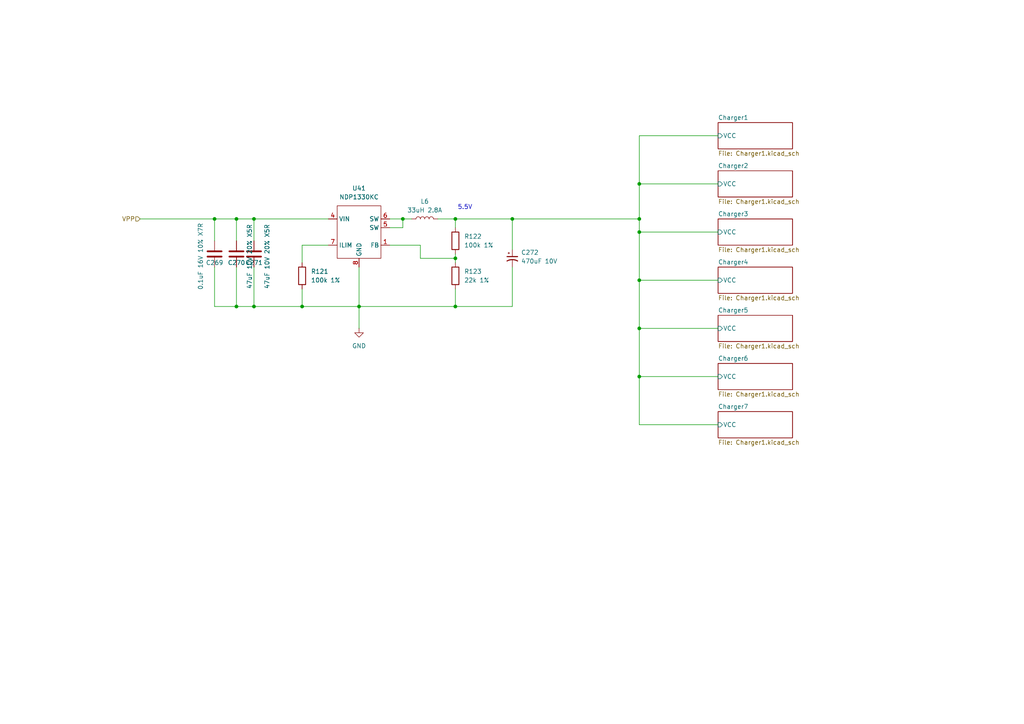
<source format=kicad_sch>
(kicad_sch (version 20250114) (generator "eeschema") (generator_version "9.0")
  (paper "A4")
  (lib_symbols
    (symbol "Device:C" (pin_numbers (hide yes)) (pin_names (offset 0.254))
      (property "Reference" "C" (at 0.635 2.54 0))
      (property "Value" "C" (at 0.635 -2.54 0))
      (symbol "C_0_1"
        (polyline (pts (xy -2.032 0.762) (xy 2.032 0.762)) (stroke (width 0.508)))
        (polyline (pts (xy -2.032 -0.762) (xy 2.032 -0.762)) (stroke (width 0.508)))
      )
      (symbol "C_1_1"
        (pin passive line (at 0 3.81 270) (length 2.794) (name "~") (number "1"))
        (pin passive line (at 0 -3.81 90) (length 2.794) (name "~") (number "2"))
      )
    )
    (symbol "Device:C_Polarized_Small_US" (pin_numbers (hide yes)) (pin_names (offset 0.254) (hide yes))
      (property "Reference" "C" (at 0.254 1.778 0))
      (property "Value" "C_Polarized_Small_US" (at 0.254 -2.032 0))
      (symbol "C_Polarized_Small_US_0_1"
        (polyline (pts (xy -1.524 0.508) (xy 1.524 0.508)) (stroke (width 0.3048)))
        (polyline (pts (xy -1.27 1.524) (xy -0.762 1.524)))
        (polyline (pts (xy -1.016 1.27) (xy -1.016 1.778)))
        (arc (start -1.524 -0.762) (mid 0 -0.3734) (end 1.524 -0.762) (stroke (width 0.3048)))
      )
      (symbol "C_Polarized_Small_US_1_1"
        (pin passive line (at 0 2.54 270) (length 2.032) (name "~") (number "1"))
        (pin passive line (at 0 -2.54 90) (length 2.032) (name "~") (number "2"))
      )
    )
    (symbol "Device:L" (pin_numbers (hide yes)) (pin_names (offset 1.016) (hide yes))
      (property "Reference" "L" (at -1.27 0 90))
      (property "Value" "L" (at 1.905 0 90))
      (symbol "L_0_1"
        (arc (start 0 2.54) (mid 0.6323 1.905) (end 0 1.27))
        (arc (start 0 1.27) (mid 0.6323 0.635) (end 0 0))
        (arc (start 0 0) (mid 0.6323 -0.635) (end 0 -1.27))
        (arc (start 0 -1.27) (mid 0.6323 -1.905) (end 0 -2.54))
      )
      (symbol "L_1_1"
        (pin passive line (at 0 3.81 270) (length 1.27) (name "1") (number "1"))
        (pin passive line (at 0 -3.81 90) (length 1.27) (name "2") (number "2"))
      )
    )
    (symbol "Device:R" (pin_numbers (hide yes)) (pin_names (offset 0))
      (property "Reference" "R" (at 2.032 0 90))
      (property "Value" "R" (at 0 0 90))
      (symbol "R_0_1"
        (rectangle (start -1.016 -2.54) (end 1.016 2.54) (stroke (width 0.254)))
      )
      (symbol "R_1_1"
        (pin passive line (at 0 3.81 270) (length 1.27) (name "~") (number "1"))
        (pin passive line (at 0 -3.81 90) (length 1.27) (name "~") (number "2"))
      )
    )
    (symbol "Pixels-dice:NDP1330KC"
      (property "Reference" "U" (at 4.064 -9.144 0))
      (property "Value" "NDP1330KC" (at 0 -1.016 0))
      (symbol "NDP1330KC_0_1"
        (rectangle (start -6.35 7.62) (end 6.35 -7.62))
      )
      (symbol "NDP1330KC_1_1"
        (pin power_in line (at -8.89 3.81 0) (length 2.54) (name "VIN") (number "4"))
        (pin input line (at -8.89 -3.81 0) (length 2.54) (name "ILIM") (number "7"))
        (pin no_connect line (at -1.27 10.16 270) (length 2.54) (hide yes) (name "NC") (number "3"))
        (pin power_in line (at 0 -10.16 90) (length 2.54) (name "GND") (number "8"))
        (pin no_connect line (at 1.27 10.16 270) (length 2.54) (hide yes) (name "NC") (number "2"))
        (pin power_out line (at 8.89 3.81 180) (length 2.54) (name "SW") (number "6"))
        (pin power_out line (at 8.89 1.27 180) (length 2.54) (name "SW") (number "5"))
        (pin input line (at 8.89 -3.81 180) (length 2.54) (name "FB") (number "1"))
      )
    )
    (symbol "power:GND" (power) (pin_numbers (hide yes)) (pin_names (offset 0) (hide yes))
      (property "Value" "GND" (at 0 -3.81 0))
      (symbol "GND_0_1"
        (polyline (pts (xy 0 0) (xy 0 -1.27) (xy 1.27 -1.27) (xy 0 -2.54) (xy -1.27 -1.27) (xy 0 -1.27)))
      )
      (symbol "GND_1_1"
        (pin power_in line (at 0 0 270) (length 0) (name "~") (number "1"))
      )
    )
  )
  (text "5.5V" (at 134.874 60.198 0) (effects (font (size 1.27 1.27))))
  (junction (at 185.42 95.25))
  (junction (at 68.58 88.9))
  (junction (at 62.23 63.5))
  (junction (at 185.42 63.5))
  (junction (at 104.14 88.9))
  (junction (at 132.08 74.93))
  (junction (at 185.42 81.28))
  (junction (at 116.84 63.5))
  (junction (at 73.66 63.5))
  (junction (at 73.66 88.9))
  (junction (at 185.42 109.22))
  (junction (at 132.08 88.9))
  (junction (at 68.58 63.5))
  (junction (at 185.42 67.31))
  (junction (at 148.59 63.5))
  (junction (at 185.42 53.34))
  (junction (at 87.63 88.9))
  (junction (at 132.08 63.5))
  (wire (pts (xy 73.66 63.5) (xy 95.25 63.5)))
  (wire (pts (xy 113.03 63.5) (xy 116.84 63.5)))
  (wire (pts (xy 185.42 53.34) (xy 185.42 39.37)))
  (wire (pts (xy 116.84 66.04) (xy 116.84 63.5)))
  (wire (pts (xy 148.59 63.5) (xy 185.42 63.5)))
  (wire (pts (xy 132.08 63.5) (xy 132.08 66.04)))
  (wire (pts (xy 185.42 63.5) (xy 185.42 67.31)))
  (wire (pts (xy 127 63.5) (xy 132.08 63.5)))
  (wire (pts (xy 148.59 88.9) (xy 132.08 88.9)))
  (wire (pts (xy 185.42 63.5) (xy 185.42 53.34)))
  (wire (pts (xy 132.08 74.93) (xy 132.08 73.66)))
  (wire (pts (xy 40.64 63.5) (xy 62.23 63.5)))
  (wire (pts (xy 185.42 39.37) (xy 208.28 39.37)))
  (wire (pts (xy 62.23 69.85) (xy 62.23 63.5)))
  (wire (pts (xy 68.58 69.85) (xy 68.58 63.5)))
  (wire (pts (xy 73.66 63.5) (xy 73.66 69.85)))
  (wire (pts (xy 68.58 77.47) (xy 68.58 88.9)))
  (wire (pts (xy 132.08 74.93) (xy 132.08 76.2)))
  (wire (pts (xy 185.42 109.22) (xy 185.42 123.19)))
  (wire (pts (xy 185.42 81.28) (xy 208.28 81.28)))
  (wire (pts (xy 104.14 88.9) (xy 132.08 88.9)))
  (wire (pts (xy 87.63 88.9) (xy 87.63 83.82)))
  (wire (pts (xy 121.92 74.93) (xy 132.08 74.93)))
  (wire (pts (xy 148.59 77.47) (xy 148.59 88.9)))
  (wire (pts (xy 185.42 123.19) (xy 208.28 123.19)))
  (wire (pts (xy 62.23 77.47) (xy 62.23 88.9)))
  (wire (pts (xy 132.08 63.5) (xy 148.59 63.5)))
  (wire (pts (xy 62.23 88.9) (xy 68.58 88.9)))
  (wire (pts (xy 73.66 88.9) (xy 87.63 88.9)))
  (wire (pts (xy 113.03 71.12) (xy 121.92 71.12)))
  (wire (pts (xy 68.58 63.5) (xy 73.66 63.5)))
  (wire (pts (xy 104.14 95.25) (xy 104.14 88.9)))
  (wire (pts (xy 132.08 88.9) (xy 132.08 83.82)))
  (wire (pts (xy 87.63 76.2) (xy 87.63 71.12)))
  (wire (pts (xy 185.42 109.22) (xy 208.28 109.22)))
  (wire (pts (xy 185.42 67.31) (xy 208.28 67.31)))
  (wire (pts (xy 62.23 63.5) (xy 68.58 63.5)))
  (wire (pts (xy 185.42 67.31) (xy 185.42 81.28)))
  (wire (pts (xy 87.63 71.12) (xy 95.25 71.12)))
  (wire (pts (xy 148.59 63.5) (xy 148.59 72.39)))
  (wire (pts (xy 116.84 63.5) (xy 119.38 63.5)))
  (wire (pts (xy 68.58 88.9) (xy 73.66 88.9)))
  (wire (pts (xy 185.42 53.34) (xy 208.28 53.34)))
  (wire (pts (xy 121.92 71.12) (xy 121.92 74.93)))
  (wire (pts (xy 185.42 95.25) (xy 185.42 109.22)))
  (wire (pts (xy 104.14 77.47) (xy 104.14 88.9)))
  (wire (pts (xy 185.42 95.25) (xy 208.28 95.25)))
  (wire (pts (xy 113.03 66.04) (xy 116.84 66.04)))
  (wire (pts (xy 73.66 77.47) (xy 73.66 88.9)))
  (wire (pts (xy 87.63 88.9) (xy 104.14 88.9)))
  (wire (pts (xy 185.42 81.28) (xy 185.42 95.25)))
  (hierarchical_label "VPP" (shape input) (at 40.64 63.5 180))
  (symbol (lib_id "Pixels-dice:NDP1330KC") (at 104.14 67.31 0) (unit 1)
    (property "Reference" "U8" (at 104.14 54.61 0))
    (property "Value" "NDP1330KC" (at 104.14 57.15 0))
    (property "Footprint" "Package_SO:SOP-8_3.76x4.96mm_P1.27mm" (effects (hide yes)))
    (property "Manufacturer" "NDP" (effects (hide yes)))
    (property "Part Number" "NDP1330KC" (effects (hide yes)))
    (instances (project "Charging Jig V1" (path "" (reference "U41") (unit 1)) (path "" (reference "U43") (unit 1)) (path "" (reference "U33") (unit 1)) (path "" (reference "U8") (unit 1)) (path "" (reference "U17") (unit 1)) (path "" (reference "U44") (unit 1)) (path "" (reference "U42") (unit 1)) (path "" (reference "U25") (unit 1)) (path "" (reference "U9") (unit 1)) (path "" (reference "U45") (unit 1))))
  )
  (symbol (lib_id "Device:R") (at 87.63 80.01 0) (unit 1)
    (property "Reference" "R24" (at 90.17 78.7399 0) (effects (justify left)))
    (property "Value" "100k 1%" (at 90.17 81.2799 0) (effects (justify left)))
    (property "Footprint" "Resistor_SMD:R_0402_1005Metric" (effects (hide yes)))
    (property "Description" "Resistor" (effects (hide yes)))
    (property "Manufacturer" "UNI-ROYAL(Uniroyal Elec)" (effects (hide yes)))
    (instances (project "Charging Jig V1" (path "" (reference "R121") (unit 1)) (path "" (reference "R127") (unit 1)) (path "" (reference "R97") (unit 1)) (path "" (reference "R24") (unit 1)) (path "" (reference "R49") (unit 1)) (path "" (reference "R130") (unit 1)) (path "" (reference "R124") (unit 1)) (path "" (reference "R73") (unit 1)) (path "" (reference "R25") (unit 1)) (path "" (reference "R133") (unit 1))))
  )
  (symbol (lib_id "Device:C") (at 68.58 73.66 0) (unit 1)
    (property "Reference" "C53" (at 66.04 76.2 0) (effects (justify left)))
    (property "Value" "47uF 10V 20% X5R" (at 72.39 83.82 90) (effects (justify left)))
    (property "Footprint" "Capacitor_SMD:C_1206_3216Metric" (effects (hide yes)))
    (property "Part Number" " CGA1206X5R476M100NT" (effects (hide yes)))
    (property "Manufacturer" "HRE" (effects (hide yes)))
    (instances (project "Charging Jig V1" (path "" (reference "C270") (unit 1)) (path "" (reference "C278") (unit 1)) (path "" (reference "C217") (unit 1)) (path "" (reference "C53") (unit 1)) (path "" (reference "C111") (unit 1)) (path "" (reference "C282") (unit 1)) (path "" (reference "C274") (unit 1)) (path "" (reference "C164") (unit 1)) (path "" (reference "C58") (unit 1)) (path "" (reference "C286") (unit 1))))
  )
  (symbol (lib_id "Device:L") (at 123.19 63.5 90) (unit 1)
    (property "Reference" "L1" (at 123.19 58.42 90))
    (property "Value" "33uH 2.8A" (at 123.19 60.96 90))
    (property "Footprint" "Inductor_SMD:L_Chilisin_BMRB00060650" (effects (hide yes)))
    (property "Description" "Inductor" (effects (hide yes)))
    (property "Manufacturer" "ZE" (effects (hide yes)))
    (property "Part Number" "ZEMS0750-330M" (effects (hide yes)))
    (instances (project "Charging Jig V1" (path "" (reference "L6") (unit 1)) (path "" (reference "L8") (unit 1)) (path "" (reference "L5") (unit 1)) (path "" (reference "L1") (unit 1)) (path "" (reference "L3") (unit 1)) (path "" (reference "L9") (unit 1)) (path "" (reference "L7") (unit 1)) (path "" (reference "L4") (unit 1)) (path "" (reference "L2") (unit 1)) (path "" (reference "L10") (unit 1))))
  )
  (symbol (lib_id "Device:C") (at 73.66 73.66 0) (unit 1)
    (property "Reference" "C51" (at 71.12 76.2 0) (effects (justify left)))
    (property "Value" "47uF 10V 20% X5R" (at 77.47 83.82 90) (effects (justify left)))
    (property "Footprint" "Capacitor_SMD:C_1206_3216Metric" (effects (hide yes)))
    (property "Part Number" " CGA1206X5R476M100NT" (effects (hide yes)))
    (property "Manufacturer" "HRE" (effects (hide yes)))
    (instances (project "Charging Jig V1" (path "" (reference "C271") (unit 1)) (path "" (reference "C279") (unit 1)) (path "" (reference "C218") (unit 1)) (path "" (reference "C51") (unit 1)) (path "" (reference "C112") (unit 1)) (path "" (reference "C283") (unit 1)) (path "" (reference "C275") (unit 1)) (path "" (reference "C165") (unit 1)) (path "" (reference "C59") (unit 1)) (path "" (reference "C287") (unit 1))))
  )
  (symbol (lib_id "Device:C") (at 62.23 73.66 0) (unit 1)
    (property "Reference" "C52" (at 59.69 76.2 0) (effects (justify left)))
    (property "Value" "0.1uF 16V 10% X7R" (at 58.166 84.074 90) (effects (justify left)))
    (property "Footprint" "Capacitor_SMD:C_0603_1608Metric" (effects (hide yes)))
    (property "Part Number" "CGA0603X7R104K500JT" (effects (hide yes)))
    (property "Manufacturer" "HRE" (effects (hide yes)))
    (instances (project "Charging Jig V1" (path "" (reference "C269") (unit 1)) (path "" (reference "C277") (unit 1)) (path "" (reference "C216") (unit 1)) (path "" (reference "C52") (unit 1)) (path "" (reference "C110") (unit 1)) (path "" (reference "C281") (unit 1)) (path "" (reference "C273") (unit 1)) (path "" (reference "C163") (unit 1)) (path "" (reference "C57") (unit 1)) (path "" (reference "C285") (unit 1))))
  )
  (symbol (lib_id "power:GND") (at 104.14 95.25 0) (unit 1)
    (property "Reference" "#PWR0101" (effects (hide yes)))
    (property "Value" "GND" (at 104.14 100.33 0))
    (property "Description" "Power symbol creates a global label with name \"GND\" , ground" (effects (hide yes)))
    (instances (project "Charging Jig V1" (path "" (reference "#PWR042") (unit 1)) (path "" (reference "#PWR044") (unit 1)) (path "" (reference "#PWR034") (unit 1)) (path "" (reference "#PWR0101") (unit 1)) (path "" (reference "#PWR018") (unit 1)) (path "" (reference "#PWR045") (unit 1)) (path "" (reference "#PWR043") (unit 1)) (path "" (reference "#PWR026") (unit 1)) (path "" (reference "#PWR010") (unit 1)) (path "" (reference "#PWR046") (unit 1))))
  )
  (symbol (lib_id "Device:R") (at 132.08 69.85 0) (unit 1)
    (property "Reference" "R22" (at 134.62 68.5799 0) (effects (justify left)))
    (property "Value" "100k 1%" (at 134.62 71.1199 0) (effects (justify left)))
    (property "Footprint" "Resistor_SMD:R_0402_1005Metric" (effects (hide yes)))
    (property "Description" "Resistor" (effects (hide yes)))
    (property "Manufacturer" "UNI-ROYAL(Uniroyal Elec)" (effects (hide yes)))
    (instances (project "Charging Jig V1" (path "" (reference "R122") (unit 1)) (path "" (reference "R128") (unit 1)) (path "" (reference "R98") (unit 1)) (path "" (reference "R22") (unit 1)) (path "" (reference "R50") (unit 1)) (path "" (reference "R131") (unit 1)) (path "" (reference "R125") (unit 1)) (path "" (reference "R74") (unit 1)) (path "" (reference "R26") (unit 1)) (path "" (reference "R134") (unit 1))))
  )
  (symbol (lib_id "Device:R") (at 132.08 80.01 0) (unit 1)
    (property "Reference" "R23" (at 134.62 78.7399 0) (effects (justify left)))
    (property "Value" "22k 1%" (at 134.62 81.2799 0) (effects (justify left)))
    (property "Footprint" "Resistor_SMD:R_0402_1005Metric" (effects (hide yes)))
    (property "Description" "Resistor" (effects (hide yes)))
    (property "Manufacturer" "UNI-ROYAL(Uniroyal Elec)" (effects (hide yes)))
    (instances (project "Charging Jig V1" (path "" (reference "R123") (unit 1)) (path "" (reference "R129") (unit 1)) (path "" (reference "R99") (unit 1)) (path "" (reference "R23") (unit 1)) (path "" (reference "R51") (unit 1)) (path "" (reference "R132") (unit 1)) (path "" (reference "R126") (unit 1)) (path "" (reference "R75") (unit 1)) (path "" (reference "R27") (unit 1)) (path "" (reference "R135") (unit 1))))
  )
  (symbol (lib_id "Device:C_Polarized_Small_US") (at 148.59 74.93 0) (unit 1)
    (property "Reference" "C50" (at 151.13 73.2281 0) (effects (justify left)))
    (property "Value" "470uF 10V" (at 151.13 75.7681 0) (effects (justify left)))
    (property "Footprint" "Capacitor_SMD:CP_Elec_6.3x7.7" (effects (hide yes)))
    (property "Description" "Polarized capacitor, small US symbol" (effects (hide yes)))
    (property "Manufacturer" "KNSCHA" (effects (hide yes)))
    (property "Part Number" "RVT470UF10V67RV0159" (effects (hide yes)))
    (instances (project "Charging Jig V1" (path "" (reference "C272") (unit 1)) (path "" (reference "C280") (unit 1)) (path "" (reference "C219") (unit 1)) (path "" (reference "C50") (unit 1)) (path "" (reference "C113") (unit 1)) (path "" (reference "C284") (unit 1)) (path "" (reference "C276") (unit 1)) (path "" (reference "C166") (unit 1)) (path "" (reference "C60") (unit 1)) (path "" (reference "C288") (unit 1))))
  )
  (sheet (at 208.28 119.38) (size 21.59 7.62) (stroke (width 0.1524))
    (property "Sheetname" "Charger7" (at 208.28 118.6684 0) (effects (justify left bottom)))
    (property "Sheetfile" "Charger1.kicad_sch" (at 208.28 127.5846 0) (effects (justify left top)))
    (pin "VCC" input (at 208.28 123.19 180))
  )
  (sheet (at 208.28 63.5) (size 21.59 7.62) (stroke (width 0.1524))
    (property "Sheetname" "Charger3" (at 208.28 62.7884 0) (effects (justify left bottom)))
    (property "Sheetfile" "Charger1.kicad_sch" (at 208.28 71.7046 0) (effects (justify left top)))
    (pin "VCC" input (at 208.28 67.31 180))
  )
  (sheet (at 208.28 77.47) (size 21.59 7.62) (stroke (width 0.1524))
    (property "Sheetname" "Charger4" (at 208.28 76.7584 0) (effects (justify left bottom)))
    (property "Sheetfile" "Charger1.kicad_sch" (at 208.28 85.6746 0) (effects (justify left top)))
    (pin "VCC" input (at 208.28 81.28 180))
  )
  (sheet (at 208.28 49.53) (size 21.59 7.62) (stroke (width 0.1524))
    (property "Sheetname" "Charger2" (at 208.28 48.8184 0) (effects (justify left bottom)))
    (property "Sheetfile" "Charger1.kicad_sch" (at 208.28 57.7346 0) (effects (justify left top)))
    (pin "VCC" input (at 208.28 53.34 180))
  )
  (sheet (at 208.28 91.44) (size 21.59 7.62) (stroke (width 0.1524))
    (property "Sheetname" "Charger5" (at 208.28 90.7284 0) (effects (justify left bottom)))
    (property "Sheetfile" "Charger1.kicad_sch" (at 208.28 99.6446 0) (effects (justify left top)))
    (pin "VCC" input (at 208.28 95.25 180))
  )
  (sheet (at 208.28 35.56) (size 21.59 7.62) (stroke (width 0.1524))
    (property "Sheetname" "Charger1" (at 208.28 34.8484 0) (effects (justify left bottom)))
    (property "Sheetfile" "Charger1.kicad_sch" (at 208.28 43.7646 0) (effects (justify left top)))
    (pin "VCC" input (at 208.28 39.37 180))
  )
  (sheet (at 208.28 105.41) (size 21.59 7.62) (stroke (width 0.1524))
    (property "Sheetname" "Charger6" (at 208.28 104.6984 0) (effects (justify left bottom)))
    (property "Sheetfile" "Charger1.kicad_sch" (at 208.28 113.6146 0) (effects (justify left top)))
    (pin "VCC" input (at 208.28 109.22 180))
  )
)
</source>
